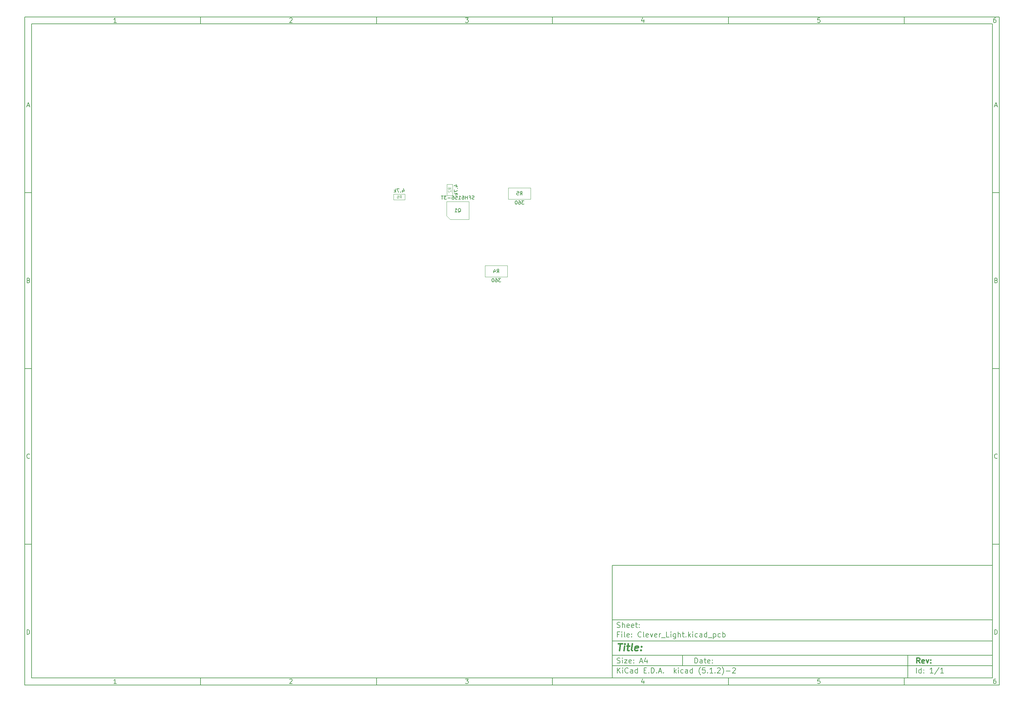
<source format=gbr>
G04 #@! TF.GenerationSoftware,KiCad,Pcbnew,(5.1.2)-2*
G04 #@! TF.CreationDate,2019-08-12T18:41:55+03:00*
G04 #@! TF.ProjectId,Clever_Light,436c6576-6572-45f4-9c69-6768742e6b69,rev?*
G04 #@! TF.SameCoordinates,Original*
G04 #@! TF.FileFunction,Other,Fab,Bot*
%FSLAX46Y46*%
G04 Gerber Fmt 4.6, Leading zero omitted, Abs format (unit mm)*
G04 Created by KiCad (PCBNEW (5.1.2)-2) date 2019-08-12 18:41:55*
%MOMM*%
%LPD*%
G04 APERTURE LIST*
%ADD10C,0.100000*%
%ADD11C,0.150000*%
%ADD12C,0.300000*%
%ADD13C,0.400000*%
%ADD14C,0.120000*%
G04 APERTURE END LIST*
D10*
D11*
X177002200Y-166007200D02*
X177002200Y-198007200D01*
X285002200Y-198007200D01*
X285002200Y-166007200D01*
X177002200Y-166007200D01*
D10*
D11*
X10000000Y-10000000D02*
X10000000Y-200007200D01*
X287002200Y-200007200D01*
X287002200Y-10000000D01*
X10000000Y-10000000D01*
D10*
D11*
X12000000Y-12000000D02*
X12000000Y-198007200D01*
X285002200Y-198007200D01*
X285002200Y-12000000D01*
X12000000Y-12000000D01*
D10*
D11*
X60000000Y-12000000D02*
X60000000Y-10000000D01*
D10*
D11*
X110000000Y-12000000D02*
X110000000Y-10000000D01*
D10*
D11*
X160000000Y-12000000D02*
X160000000Y-10000000D01*
D10*
D11*
X210000000Y-12000000D02*
X210000000Y-10000000D01*
D10*
D11*
X260000000Y-12000000D02*
X260000000Y-10000000D01*
D10*
D11*
X36065476Y-11588095D02*
X35322619Y-11588095D01*
X35694047Y-11588095D02*
X35694047Y-10288095D01*
X35570238Y-10473809D01*
X35446428Y-10597619D01*
X35322619Y-10659523D01*
D10*
D11*
X85322619Y-10411904D02*
X85384523Y-10350000D01*
X85508333Y-10288095D01*
X85817857Y-10288095D01*
X85941666Y-10350000D01*
X86003571Y-10411904D01*
X86065476Y-10535714D01*
X86065476Y-10659523D01*
X86003571Y-10845238D01*
X85260714Y-11588095D01*
X86065476Y-11588095D01*
D10*
D11*
X135260714Y-10288095D02*
X136065476Y-10288095D01*
X135632142Y-10783333D01*
X135817857Y-10783333D01*
X135941666Y-10845238D01*
X136003571Y-10907142D01*
X136065476Y-11030952D01*
X136065476Y-11340476D01*
X136003571Y-11464285D01*
X135941666Y-11526190D01*
X135817857Y-11588095D01*
X135446428Y-11588095D01*
X135322619Y-11526190D01*
X135260714Y-11464285D01*
D10*
D11*
X185941666Y-10721428D02*
X185941666Y-11588095D01*
X185632142Y-10226190D02*
X185322619Y-11154761D01*
X186127380Y-11154761D01*
D10*
D11*
X236003571Y-10288095D02*
X235384523Y-10288095D01*
X235322619Y-10907142D01*
X235384523Y-10845238D01*
X235508333Y-10783333D01*
X235817857Y-10783333D01*
X235941666Y-10845238D01*
X236003571Y-10907142D01*
X236065476Y-11030952D01*
X236065476Y-11340476D01*
X236003571Y-11464285D01*
X235941666Y-11526190D01*
X235817857Y-11588095D01*
X235508333Y-11588095D01*
X235384523Y-11526190D01*
X235322619Y-11464285D01*
D10*
D11*
X285941666Y-10288095D02*
X285694047Y-10288095D01*
X285570238Y-10350000D01*
X285508333Y-10411904D01*
X285384523Y-10597619D01*
X285322619Y-10845238D01*
X285322619Y-11340476D01*
X285384523Y-11464285D01*
X285446428Y-11526190D01*
X285570238Y-11588095D01*
X285817857Y-11588095D01*
X285941666Y-11526190D01*
X286003571Y-11464285D01*
X286065476Y-11340476D01*
X286065476Y-11030952D01*
X286003571Y-10907142D01*
X285941666Y-10845238D01*
X285817857Y-10783333D01*
X285570238Y-10783333D01*
X285446428Y-10845238D01*
X285384523Y-10907142D01*
X285322619Y-11030952D01*
D10*
D11*
X60000000Y-198007200D02*
X60000000Y-200007200D01*
D10*
D11*
X110000000Y-198007200D02*
X110000000Y-200007200D01*
D10*
D11*
X160000000Y-198007200D02*
X160000000Y-200007200D01*
D10*
D11*
X210000000Y-198007200D02*
X210000000Y-200007200D01*
D10*
D11*
X260000000Y-198007200D02*
X260000000Y-200007200D01*
D10*
D11*
X36065476Y-199595295D02*
X35322619Y-199595295D01*
X35694047Y-199595295D02*
X35694047Y-198295295D01*
X35570238Y-198481009D01*
X35446428Y-198604819D01*
X35322619Y-198666723D01*
D10*
D11*
X85322619Y-198419104D02*
X85384523Y-198357200D01*
X85508333Y-198295295D01*
X85817857Y-198295295D01*
X85941666Y-198357200D01*
X86003571Y-198419104D01*
X86065476Y-198542914D01*
X86065476Y-198666723D01*
X86003571Y-198852438D01*
X85260714Y-199595295D01*
X86065476Y-199595295D01*
D10*
D11*
X135260714Y-198295295D02*
X136065476Y-198295295D01*
X135632142Y-198790533D01*
X135817857Y-198790533D01*
X135941666Y-198852438D01*
X136003571Y-198914342D01*
X136065476Y-199038152D01*
X136065476Y-199347676D01*
X136003571Y-199471485D01*
X135941666Y-199533390D01*
X135817857Y-199595295D01*
X135446428Y-199595295D01*
X135322619Y-199533390D01*
X135260714Y-199471485D01*
D10*
D11*
X185941666Y-198728628D02*
X185941666Y-199595295D01*
X185632142Y-198233390D02*
X185322619Y-199161961D01*
X186127380Y-199161961D01*
D10*
D11*
X236003571Y-198295295D02*
X235384523Y-198295295D01*
X235322619Y-198914342D01*
X235384523Y-198852438D01*
X235508333Y-198790533D01*
X235817857Y-198790533D01*
X235941666Y-198852438D01*
X236003571Y-198914342D01*
X236065476Y-199038152D01*
X236065476Y-199347676D01*
X236003571Y-199471485D01*
X235941666Y-199533390D01*
X235817857Y-199595295D01*
X235508333Y-199595295D01*
X235384523Y-199533390D01*
X235322619Y-199471485D01*
D10*
D11*
X285941666Y-198295295D02*
X285694047Y-198295295D01*
X285570238Y-198357200D01*
X285508333Y-198419104D01*
X285384523Y-198604819D01*
X285322619Y-198852438D01*
X285322619Y-199347676D01*
X285384523Y-199471485D01*
X285446428Y-199533390D01*
X285570238Y-199595295D01*
X285817857Y-199595295D01*
X285941666Y-199533390D01*
X286003571Y-199471485D01*
X286065476Y-199347676D01*
X286065476Y-199038152D01*
X286003571Y-198914342D01*
X285941666Y-198852438D01*
X285817857Y-198790533D01*
X285570238Y-198790533D01*
X285446428Y-198852438D01*
X285384523Y-198914342D01*
X285322619Y-199038152D01*
D10*
D11*
X10000000Y-60000000D02*
X12000000Y-60000000D01*
D10*
D11*
X10000000Y-110000000D02*
X12000000Y-110000000D01*
D10*
D11*
X10000000Y-160000000D02*
X12000000Y-160000000D01*
D10*
D11*
X10690476Y-35216666D02*
X11309523Y-35216666D01*
X10566666Y-35588095D02*
X11000000Y-34288095D01*
X11433333Y-35588095D01*
D10*
D11*
X11092857Y-84907142D02*
X11278571Y-84969047D01*
X11340476Y-85030952D01*
X11402380Y-85154761D01*
X11402380Y-85340476D01*
X11340476Y-85464285D01*
X11278571Y-85526190D01*
X11154761Y-85588095D01*
X10659523Y-85588095D01*
X10659523Y-84288095D01*
X11092857Y-84288095D01*
X11216666Y-84350000D01*
X11278571Y-84411904D01*
X11340476Y-84535714D01*
X11340476Y-84659523D01*
X11278571Y-84783333D01*
X11216666Y-84845238D01*
X11092857Y-84907142D01*
X10659523Y-84907142D01*
D10*
D11*
X11402380Y-135464285D02*
X11340476Y-135526190D01*
X11154761Y-135588095D01*
X11030952Y-135588095D01*
X10845238Y-135526190D01*
X10721428Y-135402380D01*
X10659523Y-135278571D01*
X10597619Y-135030952D01*
X10597619Y-134845238D01*
X10659523Y-134597619D01*
X10721428Y-134473809D01*
X10845238Y-134350000D01*
X11030952Y-134288095D01*
X11154761Y-134288095D01*
X11340476Y-134350000D01*
X11402380Y-134411904D01*
D10*
D11*
X10659523Y-185588095D02*
X10659523Y-184288095D01*
X10969047Y-184288095D01*
X11154761Y-184350000D01*
X11278571Y-184473809D01*
X11340476Y-184597619D01*
X11402380Y-184845238D01*
X11402380Y-185030952D01*
X11340476Y-185278571D01*
X11278571Y-185402380D01*
X11154761Y-185526190D01*
X10969047Y-185588095D01*
X10659523Y-185588095D01*
D10*
D11*
X287002200Y-60000000D02*
X285002200Y-60000000D01*
D10*
D11*
X287002200Y-110000000D02*
X285002200Y-110000000D01*
D10*
D11*
X287002200Y-160000000D02*
X285002200Y-160000000D01*
D10*
D11*
X285692676Y-35216666D02*
X286311723Y-35216666D01*
X285568866Y-35588095D02*
X286002200Y-34288095D01*
X286435533Y-35588095D01*
D10*
D11*
X286095057Y-84907142D02*
X286280771Y-84969047D01*
X286342676Y-85030952D01*
X286404580Y-85154761D01*
X286404580Y-85340476D01*
X286342676Y-85464285D01*
X286280771Y-85526190D01*
X286156961Y-85588095D01*
X285661723Y-85588095D01*
X285661723Y-84288095D01*
X286095057Y-84288095D01*
X286218866Y-84350000D01*
X286280771Y-84411904D01*
X286342676Y-84535714D01*
X286342676Y-84659523D01*
X286280771Y-84783333D01*
X286218866Y-84845238D01*
X286095057Y-84907142D01*
X285661723Y-84907142D01*
D10*
D11*
X286404580Y-135464285D02*
X286342676Y-135526190D01*
X286156961Y-135588095D01*
X286033152Y-135588095D01*
X285847438Y-135526190D01*
X285723628Y-135402380D01*
X285661723Y-135278571D01*
X285599819Y-135030952D01*
X285599819Y-134845238D01*
X285661723Y-134597619D01*
X285723628Y-134473809D01*
X285847438Y-134350000D01*
X286033152Y-134288095D01*
X286156961Y-134288095D01*
X286342676Y-134350000D01*
X286404580Y-134411904D01*
D10*
D11*
X285661723Y-185588095D02*
X285661723Y-184288095D01*
X285971247Y-184288095D01*
X286156961Y-184350000D01*
X286280771Y-184473809D01*
X286342676Y-184597619D01*
X286404580Y-184845238D01*
X286404580Y-185030952D01*
X286342676Y-185278571D01*
X286280771Y-185402380D01*
X286156961Y-185526190D01*
X285971247Y-185588095D01*
X285661723Y-185588095D01*
D10*
D11*
X200434342Y-193785771D02*
X200434342Y-192285771D01*
X200791485Y-192285771D01*
X201005771Y-192357200D01*
X201148628Y-192500057D01*
X201220057Y-192642914D01*
X201291485Y-192928628D01*
X201291485Y-193142914D01*
X201220057Y-193428628D01*
X201148628Y-193571485D01*
X201005771Y-193714342D01*
X200791485Y-193785771D01*
X200434342Y-193785771D01*
X202577200Y-193785771D02*
X202577200Y-193000057D01*
X202505771Y-192857200D01*
X202362914Y-192785771D01*
X202077200Y-192785771D01*
X201934342Y-192857200D01*
X202577200Y-193714342D02*
X202434342Y-193785771D01*
X202077200Y-193785771D01*
X201934342Y-193714342D01*
X201862914Y-193571485D01*
X201862914Y-193428628D01*
X201934342Y-193285771D01*
X202077200Y-193214342D01*
X202434342Y-193214342D01*
X202577200Y-193142914D01*
X203077200Y-192785771D02*
X203648628Y-192785771D01*
X203291485Y-192285771D02*
X203291485Y-193571485D01*
X203362914Y-193714342D01*
X203505771Y-193785771D01*
X203648628Y-193785771D01*
X204720057Y-193714342D02*
X204577200Y-193785771D01*
X204291485Y-193785771D01*
X204148628Y-193714342D01*
X204077200Y-193571485D01*
X204077200Y-193000057D01*
X204148628Y-192857200D01*
X204291485Y-192785771D01*
X204577200Y-192785771D01*
X204720057Y-192857200D01*
X204791485Y-193000057D01*
X204791485Y-193142914D01*
X204077200Y-193285771D01*
X205434342Y-193642914D02*
X205505771Y-193714342D01*
X205434342Y-193785771D01*
X205362914Y-193714342D01*
X205434342Y-193642914D01*
X205434342Y-193785771D01*
X205434342Y-192857200D02*
X205505771Y-192928628D01*
X205434342Y-193000057D01*
X205362914Y-192928628D01*
X205434342Y-192857200D01*
X205434342Y-193000057D01*
D10*
D11*
X177002200Y-194507200D02*
X285002200Y-194507200D01*
D10*
D11*
X178434342Y-196585771D02*
X178434342Y-195085771D01*
X179291485Y-196585771D02*
X178648628Y-195728628D01*
X179291485Y-195085771D02*
X178434342Y-195942914D01*
X179934342Y-196585771D02*
X179934342Y-195585771D01*
X179934342Y-195085771D02*
X179862914Y-195157200D01*
X179934342Y-195228628D01*
X180005771Y-195157200D01*
X179934342Y-195085771D01*
X179934342Y-195228628D01*
X181505771Y-196442914D02*
X181434342Y-196514342D01*
X181220057Y-196585771D01*
X181077200Y-196585771D01*
X180862914Y-196514342D01*
X180720057Y-196371485D01*
X180648628Y-196228628D01*
X180577200Y-195942914D01*
X180577200Y-195728628D01*
X180648628Y-195442914D01*
X180720057Y-195300057D01*
X180862914Y-195157200D01*
X181077200Y-195085771D01*
X181220057Y-195085771D01*
X181434342Y-195157200D01*
X181505771Y-195228628D01*
X182791485Y-196585771D02*
X182791485Y-195800057D01*
X182720057Y-195657200D01*
X182577200Y-195585771D01*
X182291485Y-195585771D01*
X182148628Y-195657200D01*
X182791485Y-196514342D02*
X182648628Y-196585771D01*
X182291485Y-196585771D01*
X182148628Y-196514342D01*
X182077200Y-196371485D01*
X182077200Y-196228628D01*
X182148628Y-196085771D01*
X182291485Y-196014342D01*
X182648628Y-196014342D01*
X182791485Y-195942914D01*
X184148628Y-196585771D02*
X184148628Y-195085771D01*
X184148628Y-196514342D02*
X184005771Y-196585771D01*
X183720057Y-196585771D01*
X183577200Y-196514342D01*
X183505771Y-196442914D01*
X183434342Y-196300057D01*
X183434342Y-195871485D01*
X183505771Y-195728628D01*
X183577200Y-195657200D01*
X183720057Y-195585771D01*
X184005771Y-195585771D01*
X184148628Y-195657200D01*
X186005771Y-195800057D02*
X186505771Y-195800057D01*
X186720057Y-196585771D02*
X186005771Y-196585771D01*
X186005771Y-195085771D01*
X186720057Y-195085771D01*
X187362914Y-196442914D02*
X187434342Y-196514342D01*
X187362914Y-196585771D01*
X187291485Y-196514342D01*
X187362914Y-196442914D01*
X187362914Y-196585771D01*
X188077200Y-196585771D02*
X188077200Y-195085771D01*
X188434342Y-195085771D01*
X188648628Y-195157200D01*
X188791485Y-195300057D01*
X188862914Y-195442914D01*
X188934342Y-195728628D01*
X188934342Y-195942914D01*
X188862914Y-196228628D01*
X188791485Y-196371485D01*
X188648628Y-196514342D01*
X188434342Y-196585771D01*
X188077200Y-196585771D01*
X189577200Y-196442914D02*
X189648628Y-196514342D01*
X189577200Y-196585771D01*
X189505771Y-196514342D01*
X189577200Y-196442914D01*
X189577200Y-196585771D01*
X190220057Y-196157200D02*
X190934342Y-196157200D01*
X190077200Y-196585771D02*
X190577200Y-195085771D01*
X191077200Y-196585771D01*
X191577200Y-196442914D02*
X191648628Y-196514342D01*
X191577200Y-196585771D01*
X191505771Y-196514342D01*
X191577200Y-196442914D01*
X191577200Y-196585771D01*
X194577200Y-196585771D02*
X194577200Y-195085771D01*
X194720057Y-196014342D02*
X195148628Y-196585771D01*
X195148628Y-195585771D02*
X194577200Y-196157200D01*
X195791485Y-196585771D02*
X195791485Y-195585771D01*
X195791485Y-195085771D02*
X195720057Y-195157200D01*
X195791485Y-195228628D01*
X195862914Y-195157200D01*
X195791485Y-195085771D01*
X195791485Y-195228628D01*
X197148628Y-196514342D02*
X197005771Y-196585771D01*
X196720057Y-196585771D01*
X196577200Y-196514342D01*
X196505771Y-196442914D01*
X196434342Y-196300057D01*
X196434342Y-195871485D01*
X196505771Y-195728628D01*
X196577200Y-195657200D01*
X196720057Y-195585771D01*
X197005771Y-195585771D01*
X197148628Y-195657200D01*
X198434342Y-196585771D02*
X198434342Y-195800057D01*
X198362914Y-195657200D01*
X198220057Y-195585771D01*
X197934342Y-195585771D01*
X197791485Y-195657200D01*
X198434342Y-196514342D02*
X198291485Y-196585771D01*
X197934342Y-196585771D01*
X197791485Y-196514342D01*
X197720057Y-196371485D01*
X197720057Y-196228628D01*
X197791485Y-196085771D01*
X197934342Y-196014342D01*
X198291485Y-196014342D01*
X198434342Y-195942914D01*
X199791485Y-196585771D02*
X199791485Y-195085771D01*
X199791485Y-196514342D02*
X199648628Y-196585771D01*
X199362914Y-196585771D01*
X199220057Y-196514342D01*
X199148628Y-196442914D01*
X199077200Y-196300057D01*
X199077200Y-195871485D01*
X199148628Y-195728628D01*
X199220057Y-195657200D01*
X199362914Y-195585771D01*
X199648628Y-195585771D01*
X199791485Y-195657200D01*
X202077200Y-197157200D02*
X202005771Y-197085771D01*
X201862914Y-196871485D01*
X201791485Y-196728628D01*
X201720057Y-196514342D01*
X201648628Y-196157200D01*
X201648628Y-195871485D01*
X201720057Y-195514342D01*
X201791485Y-195300057D01*
X201862914Y-195157200D01*
X202005771Y-194942914D01*
X202077200Y-194871485D01*
X203362914Y-195085771D02*
X202648628Y-195085771D01*
X202577200Y-195800057D01*
X202648628Y-195728628D01*
X202791485Y-195657200D01*
X203148628Y-195657200D01*
X203291485Y-195728628D01*
X203362914Y-195800057D01*
X203434342Y-195942914D01*
X203434342Y-196300057D01*
X203362914Y-196442914D01*
X203291485Y-196514342D01*
X203148628Y-196585771D01*
X202791485Y-196585771D01*
X202648628Y-196514342D01*
X202577200Y-196442914D01*
X204077200Y-196442914D02*
X204148628Y-196514342D01*
X204077200Y-196585771D01*
X204005771Y-196514342D01*
X204077200Y-196442914D01*
X204077200Y-196585771D01*
X205577200Y-196585771D02*
X204720057Y-196585771D01*
X205148628Y-196585771D02*
X205148628Y-195085771D01*
X205005771Y-195300057D01*
X204862914Y-195442914D01*
X204720057Y-195514342D01*
X206220057Y-196442914D02*
X206291485Y-196514342D01*
X206220057Y-196585771D01*
X206148628Y-196514342D01*
X206220057Y-196442914D01*
X206220057Y-196585771D01*
X206862914Y-195228628D02*
X206934342Y-195157200D01*
X207077200Y-195085771D01*
X207434342Y-195085771D01*
X207577200Y-195157200D01*
X207648628Y-195228628D01*
X207720057Y-195371485D01*
X207720057Y-195514342D01*
X207648628Y-195728628D01*
X206791485Y-196585771D01*
X207720057Y-196585771D01*
X208220057Y-197157200D02*
X208291485Y-197085771D01*
X208434342Y-196871485D01*
X208505771Y-196728628D01*
X208577200Y-196514342D01*
X208648628Y-196157200D01*
X208648628Y-195871485D01*
X208577200Y-195514342D01*
X208505771Y-195300057D01*
X208434342Y-195157200D01*
X208291485Y-194942914D01*
X208220057Y-194871485D01*
X209362914Y-196014342D02*
X210505771Y-196014342D01*
X211148628Y-195228628D02*
X211220057Y-195157200D01*
X211362914Y-195085771D01*
X211720057Y-195085771D01*
X211862914Y-195157200D01*
X211934342Y-195228628D01*
X212005771Y-195371485D01*
X212005771Y-195514342D01*
X211934342Y-195728628D01*
X211077200Y-196585771D01*
X212005771Y-196585771D01*
D10*
D11*
X177002200Y-191507200D02*
X285002200Y-191507200D01*
D10*
D12*
X264411485Y-193785771D02*
X263911485Y-193071485D01*
X263554342Y-193785771D02*
X263554342Y-192285771D01*
X264125771Y-192285771D01*
X264268628Y-192357200D01*
X264340057Y-192428628D01*
X264411485Y-192571485D01*
X264411485Y-192785771D01*
X264340057Y-192928628D01*
X264268628Y-193000057D01*
X264125771Y-193071485D01*
X263554342Y-193071485D01*
X265625771Y-193714342D02*
X265482914Y-193785771D01*
X265197200Y-193785771D01*
X265054342Y-193714342D01*
X264982914Y-193571485D01*
X264982914Y-193000057D01*
X265054342Y-192857200D01*
X265197200Y-192785771D01*
X265482914Y-192785771D01*
X265625771Y-192857200D01*
X265697200Y-193000057D01*
X265697200Y-193142914D01*
X264982914Y-193285771D01*
X266197200Y-192785771D02*
X266554342Y-193785771D01*
X266911485Y-192785771D01*
X267482914Y-193642914D02*
X267554342Y-193714342D01*
X267482914Y-193785771D01*
X267411485Y-193714342D01*
X267482914Y-193642914D01*
X267482914Y-193785771D01*
X267482914Y-192857200D02*
X267554342Y-192928628D01*
X267482914Y-193000057D01*
X267411485Y-192928628D01*
X267482914Y-192857200D01*
X267482914Y-193000057D01*
D10*
D11*
X178362914Y-193714342D02*
X178577200Y-193785771D01*
X178934342Y-193785771D01*
X179077200Y-193714342D01*
X179148628Y-193642914D01*
X179220057Y-193500057D01*
X179220057Y-193357200D01*
X179148628Y-193214342D01*
X179077200Y-193142914D01*
X178934342Y-193071485D01*
X178648628Y-193000057D01*
X178505771Y-192928628D01*
X178434342Y-192857200D01*
X178362914Y-192714342D01*
X178362914Y-192571485D01*
X178434342Y-192428628D01*
X178505771Y-192357200D01*
X178648628Y-192285771D01*
X179005771Y-192285771D01*
X179220057Y-192357200D01*
X179862914Y-193785771D02*
X179862914Y-192785771D01*
X179862914Y-192285771D02*
X179791485Y-192357200D01*
X179862914Y-192428628D01*
X179934342Y-192357200D01*
X179862914Y-192285771D01*
X179862914Y-192428628D01*
X180434342Y-192785771D02*
X181220057Y-192785771D01*
X180434342Y-193785771D01*
X181220057Y-193785771D01*
X182362914Y-193714342D02*
X182220057Y-193785771D01*
X181934342Y-193785771D01*
X181791485Y-193714342D01*
X181720057Y-193571485D01*
X181720057Y-193000057D01*
X181791485Y-192857200D01*
X181934342Y-192785771D01*
X182220057Y-192785771D01*
X182362914Y-192857200D01*
X182434342Y-193000057D01*
X182434342Y-193142914D01*
X181720057Y-193285771D01*
X183077200Y-193642914D02*
X183148628Y-193714342D01*
X183077200Y-193785771D01*
X183005771Y-193714342D01*
X183077200Y-193642914D01*
X183077200Y-193785771D01*
X183077200Y-192857200D02*
X183148628Y-192928628D01*
X183077200Y-193000057D01*
X183005771Y-192928628D01*
X183077200Y-192857200D01*
X183077200Y-193000057D01*
X184862914Y-193357200D02*
X185577200Y-193357200D01*
X184720057Y-193785771D02*
X185220057Y-192285771D01*
X185720057Y-193785771D01*
X186862914Y-192785771D02*
X186862914Y-193785771D01*
X186505771Y-192214342D02*
X186148628Y-193285771D01*
X187077200Y-193285771D01*
D10*
D11*
X263434342Y-196585771D02*
X263434342Y-195085771D01*
X264791485Y-196585771D02*
X264791485Y-195085771D01*
X264791485Y-196514342D02*
X264648628Y-196585771D01*
X264362914Y-196585771D01*
X264220057Y-196514342D01*
X264148628Y-196442914D01*
X264077200Y-196300057D01*
X264077200Y-195871485D01*
X264148628Y-195728628D01*
X264220057Y-195657200D01*
X264362914Y-195585771D01*
X264648628Y-195585771D01*
X264791485Y-195657200D01*
X265505771Y-196442914D02*
X265577200Y-196514342D01*
X265505771Y-196585771D01*
X265434342Y-196514342D01*
X265505771Y-196442914D01*
X265505771Y-196585771D01*
X265505771Y-195657200D02*
X265577200Y-195728628D01*
X265505771Y-195800057D01*
X265434342Y-195728628D01*
X265505771Y-195657200D01*
X265505771Y-195800057D01*
X268148628Y-196585771D02*
X267291485Y-196585771D01*
X267720057Y-196585771D02*
X267720057Y-195085771D01*
X267577200Y-195300057D01*
X267434342Y-195442914D01*
X267291485Y-195514342D01*
X269862914Y-195014342D02*
X268577200Y-196942914D01*
X271148628Y-196585771D02*
X270291485Y-196585771D01*
X270720057Y-196585771D02*
X270720057Y-195085771D01*
X270577200Y-195300057D01*
X270434342Y-195442914D01*
X270291485Y-195514342D01*
D10*
D11*
X177002200Y-187507200D02*
X285002200Y-187507200D01*
D10*
D13*
X178714580Y-188211961D02*
X179857438Y-188211961D01*
X179036009Y-190211961D02*
X179286009Y-188211961D01*
X180274104Y-190211961D02*
X180440771Y-188878628D01*
X180524104Y-188211961D02*
X180416961Y-188307200D01*
X180500295Y-188402438D01*
X180607438Y-188307200D01*
X180524104Y-188211961D01*
X180500295Y-188402438D01*
X181107438Y-188878628D02*
X181869342Y-188878628D01*
X181476485Y-188211961D02*
X181262200Y-189926247D01*
X181333628Y-190116723D01*
X181512200Y-190211961D01*
X181702676Y-190211961D01*
X182655057Y-190211961D02*
X182476485Y-190116723D01*
X182405057Y-189926247D01*
X182619342Y-188211961D01*
X184190771Y-190116723D02*
X183988390Y-190211961D01*
X183607438Y-190211961D01*
X183428866Y-190116723D01*
X183357438Y-189926247D01*
X183452676Y-189164342D01*
X183571723Y-188973866D01*
X183774104Y-188878628D01*
X184155057Y-188878628D01*
X184333628Y-188973866D01*
X184405057Y-189164342D01*
X184381247Y-189354819D01*
X183405057Y-189545295D01*
X185155057Y-190021485D02*
X185238390Y-190116723D01*
X185131247Y-190211961D01*
X185047914Y-190116723D01*
X185155057Y-190021485D01*
X185131247Y-190211961D01*
X185286009Y-188973866D02*
X185369342Y-189069104D01*
X185262200Y-189164342D01*
X185178866Y-189069104D01*
X185286009Y-188973866D01*
X185262200Y-189164342D01*
D10*
D11*
X178934342Y-185600057D02*
X178434342Y-185600057D01*
X178434342Y-186385771D02*
X178434342Y-184885771D01*
X179148628Y-184885771D01*
X179720057Y-186385771D02*
X179720057Y-185385771D01*
X179720057Y-184885771D02*
X179648628Y-184957200D01*
X179720057Y-185028628D01*
X179791485Y-184957200D01*
X179720057Y-184885771D01*
X179720057Y-185028628D01*
X180648628Y-186385771D02*
X180505771Y-186314342D01*
X180434342Y-186171485D01*
X180434342Y-184885771D01*
X181791485Y-186314342D02*
X181648628Y-186385771D01*
X181362914Y-186385771D01*
X181220057Y-186314342D01*
X181148628Y-186171485D01*
X181148628Y-185600057D01*
X181220057Y-185457200D01*
X181362914Y-185385771D01*
X181648628Y-185385771D01*
X181791485Y-185457200D01*
X181862914Y-185600057D01*
X181862914Y-185742914D01*
X181148628Y-185885771D01*
X182505771Y-186242914D02*
X182577200Y-186314342D01*
X182505771Y-186385771D01*
X182434342Y-186314342D01*
X182505771Y-186242914D01*
X182505771Y-186385771D01*
X182505771Y-185457200D02*
X182577200Y-185528628D01*
X182505771Y-185600057D01*
X182434342Y-185528628D01*
X182505771Y-185457200D01*
X182505771Y-185600057D01*
X185220057Y-186242914D02*
X185148628Y-186314342D01*
X184934342Y-186385771D01*
X184791485Y-186385771D01*
X184577200Y-186314342D01*
X184434342Y-186171485D01*
X184362914Y-186028628D01*
X184291485Y-185742914D01*
X184291485Y-185528628D01*
X184362914Y-185242914D01*
X184434342Y-185100057D01*
X184577200Y-184957200D01*
X184791485Y-184885771D01*
X184934342Y-184885771D01*
X185148628Y-184957200D01*
X185220057Y-185028628D01*
X186077200Y-186385771D02*
X185934342Y-186314342D01*
X185862914Y-186171485D01*
X185862914Y-184885771D01*
X187220057Y-186314342D02*
X187077200Y-186385771D01*
X186791485Y-186385771D01*
X186648628Y-186314342D01*
X186577200Y-186171485D01*
X186577200Y-185600057D01*
X186648628Y-185457200D01*
X186791485Y-185385771D01*
X187077200Y-185385771D01*
X187220057Y-185457200D01*
X187291485Y-185600057D01*
X187291485Y-185742914D01*
X186577200Y-185885771D01*
X187791485Y-185385771D02*
X188148628Y-186385771D01*
X188505771Y-185385771D01*
X189648628Y-186314342D02*
X189505771Y-186385771D01*
X189220057Y-186385771D01*
X189077200Y-186314342D01*
X189005771Y-186171485D01*
X189005771Y-185600057D01*
X189077200Y-185457200D01*
X189220057Y-185385771D01*
X189505771Y-185385771D01*
X189648628Y-185457200D01*
X189720057Y-185600057D01*
X189720057Y-185742914D01*
X189005771Y-185885771D01*
X190362914Y-186385771D02*
X190362914Y-185385771D01*
X190362914Y-185671485D02*
X190434342Y-185528628D01*
X190505771Y-185457200D01*
X190648628Y-185385771D01*
X190791485Y-185385771D01*
X190934342Y-186528628D02*
X192077200Y-186528628D01*
X193148628Y-186385771D02*
X192434342Y-186385771D01*
X192434342Y-184885771D01*
X193648628Y-186385771D02*
X193648628Y-185385771D01*
X193648628Y-184885771D02*
X193577200Y-184957200D01*
X193648628Y-185028628D01*
X193720057Y-184957200D01*
X193648628Y-184885771D01*
X193648628Y-185028628D01*
X195005771Y-185385771D02*
X195005771Y-186600057D01*
X194934342Y-186742914D01*
X194862914Y-186814342D01*
X194720057Y-186885771D01*
X194505771Y-186885771D01*
X194362914Y-186814342D01*
X195005771Y-186314342D02*
X194862914Y-186385771D01*
X194577200Y-186385771D01*
X194434342Y-186314342D01*
X194362914Y-186242914D01*
X194291485Y-186100057D01*
X194291485Y-185671485D01*
X194362914Y-185528628D01*
X194434342Y-185457200D01*
X194577200Y-185385771D01*
X194862914Y-185385771D01*
X195005771Y-185457200D01*
X195720057Y-186385771D02*
X195720057Y-184885771D01*
X196362914Y-186385771D02*
X196362914Y-185600057D01*
X196291485Y-185457200D01*
X196148628Y-185385771D01*
X195934342Y-185385771D01*
X195791485Y-185457200D01*
X195720057Y-185528628D01*
X196862914Y-185385771D02*
X197434342Y-185385771D01*
X197077200Y-184885771D02*
X197077200Y-186171485D01*
X197148628Y-186314342D01*
X197291485Y-186385771D01*
X197434342Y-186385771D01*
X197934342Y-186242914D02*
X198005771Y-186314342D01*
X197934342Y-186385771D01*
X197862914Y-186314342D01*
X197934342Y-186242914D01*
X197934342Y-186385771D01*
X198648628Y-186385771D02*
X198648628Y-184885771D01*
X198791485Y-185814342D02*
X199220057Y-186385771D01*
X199220057Y-185385771D02*
X198648628Y-185957200D01*
X199862914Y-186385771D02*
X199862914Y-185385771D01*
X199862914Y-184885771D02*
X199791485Y-184957200D01*
X199862914Y-185028628D01*
X199934342Y-184957200D01*
X199862914Y-184885771D01*
X199862914Y-185028628D01*
X201220057Y-186314342D02*
X201077200Y-186385771D01*
X200791485Y-186385771D01*
X200648628Y-186314342D01*
X200577200Y-186242914D01*
X200505771Y-186100057D01*
X200505771Y-185671485D01*
X200577200Y-185528628D01*
X200648628Y-185457200D01*
X200791485Y-185385771D01*
X201077200Y-185385771D01*
X201220057Y-185457200D01*
X202505771Y-186385771D02*
X202505771Y-185600057D01*
X202434342Y-185457200D01*
X202291485Y-185385771D01*
X202005771Y-185385771D01*
X201862914Y-185457200D01*
X202505771Y-186314342D02*
X202362914Y-186385771D01*
X202005771Y-186385771D01*
X201862914Y-186314342D01*
X201791485Y-186171485D01*
X201791485Y-186028628D01*
X201862914Y-185885771D01*
X202005771Y-185814342D01*
X202362914Y-185814342D01*
X202505771Y-185742914D01*
X203862914Y-186385771D02*
X203862914Y-184885771D01*
X203862914Y-186314342D02*
X203720057Y-186385771D01*
X203434342Y-186385771D01*
X203291485Y-186314342D01*
X203220057Y-186242914D01*
X203148628Y-186100057D01*
X203148628Y-185671485D01*
X203220057Y-185528628D01*
X203291485Y-185457200D01*
X203434342Y-185385771D01*
X203720057Y-185385771D01*
X203862914Y-185457200D01*
X204220057Y-186528628D02*
X205362914Y-186528628D01*
X205720057Y-185385771D02*
X205720057Y-186885771D01*
X205720057Y-185457200D02*
X205862914Y-185385771D01*
X206148628Y-185385771D01*
X206291485Y-185457200D01*
X206362914Y-185528628D01*
X206434342Y-185671485D01*
X206434342Y-186100057D01*
X206362914Y-186242914D01*
X206291485Y-186314342D01*
X206148628Y-186385771D01*
X205862914Y-186385771D01*
X205720057Y-186314342D01*
X207720057Y-186314342D02*
X207577200Y-186385771D01*
X207291485Y-186385771D01*
X207148628Y-186314342D01*
X207077200Y-186242914D01*
X207005771Y-186100057D01*
X207005771Y-185671485D01*
X207077200Y-185528628D01*
X207148628Y-185457200D01*
X207291485Y-185385771D01*
X207577200Y-185385771D01*
X207720057Y-185457200D01*
X208362914Y-186385771D02*
X208362914Y-184885771D01*
X208362914Y-185457200D02*
X208505771Y-185385771D01*
X208791485Y-185385771D01*
X208934342Y-185457200D01*
X209005771Y-185528628D01*
X209077200Y-185671485D01*
X209077200Y-186100057D01*
X209005771Y-186242914D01*
X208934342Y-186314342D01*
X208791485Y-186385771D01*
X208505771Y-186385771D01*
X208362914Y-186314342D01*
D10*
D11*
X177002200Y-181507200D02*
X285002200Y-181507200D01*
D10*
D11*
X178362914Y-183614342D02*
X178577200Y-183685771D01*
X178934342Y-183685771D01*
X179077200Y-183614342D01*
X179148628Y-183542914D01*
X179220057Y-183400057D01*
X179220057Y-183257200D01*
X179148628Y-183114342D01*
X179077200Y-183042914D01*
X178934342Y-182971485D01*
X178648628Y-182900057D01*
X178505771Y-182828628D01*
X178434342Y-182757200D01*
X178362914Y-182614342D01*
X178362914Y-182471485D01*
X178434342Y-182328628D01*
X178505771Y-182257200D01*
X178648628Y-182185771D01*
X179005771Y-182185771D01*
X179220057Y-182257200D01*
X179862914Y-183685771D02*
X179862914Y-182185771D01*
X180505771Y-183685771D02*
X180505771Y-182900057D01*
X180434342Y-182757200D01*
X180291485Y-182685771D01*
X180077200Y-182685771D01*
X179934342Y-182757200D01*
X179862914Y-182828628D01*
X181791485Y-183614342D02*
X181648628Y-183685771D01*
X181362914Y-183685771D01*
X181220057Y-183614342D01*
X181148628Y-183471485D01*
X181148628Y-182900057D01*
X181220057Y-182757200D01*
X181362914Y-182685771D01*
X181648628Y-182685771D01*
X181791485Y-182757200D01*
X181862914Y-182900057D01*
X181862914Y-183042914D01*
X181148628Y-183185771D01*
X183077200Y-183614342D02*
X182934342Y-183685771D01*
X182648628Y-183685771D01*
X182505771Y-183614342D01*
X182434342Y-183471485D01*
X182434342Y-182900057D01*
X182505771Y-182757200D01*
X182648628Y-182685771D01*
X182934342Y-182685771D01*
X183077200Y-182757200D01*
X183148628Y-182900057D01*
X183148628Y-183042914D01*
X182434342Y-183185771D01*
X183577200Y-182685771D02*
X184148628Y-182685771D01*
X183791485Y-182185771D02*
X183791485Y-183471485D01*
X183862914Y-183614342D01*
X184005771Y-183685771D01*
X184148628Y-183685771D01*
X184648628Y-183542914D02*
X184720057Y-183614342D01*
X184648628Y-183685771D01*
X184577200Y-183614342D01*
X184648628Y-183542914D01*
X184648628Y-183685771D01*
X184648628Y-182757200D02*
X184720057Y-182828628D01*
X184648628Y-182900057D01*
X184577200Y-182828628D01*
X184648628Y-182757200D01*
X184648628Y-182900057D01*
D10*
D11*
X197002200Y-191507200D02*
X197002200Y-194507200D01*
D10*
D11*
X261002200Y-191507200D02*
X261002200Y-198007200D01*
D10*
X118056000Y-60414000D02*
X114856000Y-60414000D01*
X118056000Y-62014000D02*
X118056000Y-60414000D01*
X114856000Y-62014000D02*
X118056000Y-62014000D01*
X114856000Y-60414000D02*
X114856000Y-62014000D01*
X131610000Y-60782000D02*
X131610000Y-57582000D01*
X130010000Y-60782000D02*
X131610000Y-60782000D01*
X130010000Y-57582000D02*
X130010000Y-60782000D01*
X131610000Y-57582000D02*
X130010000Y-57582000D01*
X147472000Y-61798000D02*
X153772000Y-61798000D01*
X147472000Y-58598000D02*
X147472000Y-61798000D01*
X153772000Y-58598000D02*
X147472000Y-58598000D01*
X153772000Y-61798000D02*
X153772000Y-58598000D01*
X140868000Y-83896000D02*
X147168000Y-83896000D01*
X140868000Y-80696000D02*
X140868000Y-83896000D01*
X147168000Y-80696000D02*
X140868000Y-80696000D01*
X147168000Y-83896000D02*
X147168000Y-80696000D01*
X129921000Y-66564000D02*
X130921000Y-67564000D01*
X129921000Y-62484000D02*
X129921000Y-66564000D01*
X136271000Y-62484000D02*
X129921000Y-62484000D01*
X136271000Y-67564000D02*
X136271000Y-62484000D01*
X130921000Y-67564000D02*
X136271000Y-67564000D01*
D11*
X117384571Y-59179714D02*
X117384571Y-59846380D01*
X117622666Y-58798761D02*
X117860761Y-59513047D01*
X117241714Y-59513047D01*
X116860761Y-59751142D02*
X116813142Y-59798761D01*
X116860761Y-59846380D01*
X116908380Y-59798761D01*
X116860761Y-59751142D01*
X116860761Y-59846380D01*
X116479809Y-58846380D02*
X115813142Y-58846380D01*
X116241714Y-59846380D01*
X115432190Y-59846380D02*
X115432190Y-58846380D01*
X115336952Y-59465428D02*
X115051238Y-59846380D01*
X115051238Y-59179714D02*
X115432190Y-59560666D01*
D14*
X116589333Y-61575904D02*
X116856000Y-61194952D01*
X117046476Y-61575904D02*
X117046476Y-60775904D01*
X116741714Y-60775904D01*
X116665523Y-60814000D01*
X116627428Y-60852095D01*
X116589333Y-60928285D01*
X116589333Y-61042571D01*
X116627428Y-61118761D01*
X116665523Y-61156857D01*
X116741714Y-61194952D01*
X117046476Y-61194952D01*
X115903619Y-60775904D02*
X116056000Y-60775904D01*
X116132190Y-60814000D01*
X116170285Y-60852095D01*
X116246476Y-60966380D01*
X116284571Y-61118761D01*
X116284571Y-61423523D01*
X116246476Y-61499714D01*
X116208380Y-61537809D01*
X116132190Y-61575904D01*
X115979809Y-61575904D01*
X115903619Y-61537809D01*
X115865523Y-61499714D01*
X115827428Y-61423523D01*
X115827428Y-61233047D01*
X115865523Y-61156857D01*
X115903619Y-61118761D01*
X115979809Y-61080666D01*
X116132190Y-61080666D01*
X116208380Y-61118761D01*
X116246476Y-61156857D01*
X116284571Y-61233047D01*
D11*
X132415714Y-58253428D02*
X133082380Y-58253428D01*
X132034761Y-58015333D02*
X132749047Y-57777238D01*
X132749047Y-58396285D01*
X132987142Y-58777238D02*
X133034761Y-58824857D01*
X133082380Y-58777238D01*
X133034761Y-58729619D01*
X132987142Y-58777238D01*
X133082380Y-58777238D01*
X132082380Y-59158190D02*
X132082380Y-59824857D01*
X133082380Y-59396285D01*
X133082380Y-60205809D02*
X132082380Y-60205809D01*
X132701428Y-60301047D02*
X133082380Y-60586761D01*
X132415714Y-60586761D02*
X132796666Y-60205809D01*
D14*
X131171904Y-59048666D02*
X130790952Y-58782000D01*
X131171904Y-58591523D02*
X130371904Y-58591523D01*
X130371904Y-58896285D01*
X130410000Y-58972476D01*
X130448095Y-59010571D01*
X130524285Y-59048666D01*
X130638571Y-59048666D01*
X130714761Y-59010571D01*
X130752857Y-58972476D01*
X130790952Y-58896285D01*
X130790952Y-58591523D01*
X130448095Y-59353428D02*
X130410000Y-59391523D01*
X130371904Y-59467714D01*
X130371904Y-59658190D01*
X130410000Y-59734380D01*
X130448095Y-59772476D01*
X130524285Y-59810571D01*
X130600476Y-59810571D01*
X130714761Y-59772476D01*
X131171904Y-59315333D01*
X131171904Y-59810571D01*
D11*
X151907714Y-62270380D02*
X151288666Y-62270380D01*
X151622000Y-62651333D01*
X151479142Y-62651333D01*
X151383904Y-62698952D01*
X151336285Y-62746571D01*
X151288666Y-62841809D01*
X151288666Y-63079904D01*
X151336285Y-63175142D01*
X151383904Y-63222761D01*
X151479142Y-63270380D01*
X151764857Y-63270380D01*
X151860095Y-63222761D01*
X151907714Y-63175142D01*
X150431523Y-62270380D02*
X150622000Y-62270380D01*
X150717238Y-62318000D01*
X150764857Y-62365619D01*
X150860095Y-62508476D01*
X150907714Y-62698952D01*
X150907714Y-63079904D01*
X150860095Y-63175142D01*
X150812476Y-63222761D01*
X150717238Y-63270380D01*
X150526761Y-63270380D01*
X150431523Y-63222761D01*
X150383904Y-63175142D01*
X150336285Y-63079904D01*
X150336285Y-62841809D01*
X150383904Y-62746571D01*
X150431523Y-62698952D01*
X150526761Y-62651333D01*
X150717238Y-62651333D01*
X150812476Y-62698952D01*
X150860095Y-62746571D01*
X150907714Y-62841809D01*
X149717238Y-62270380D02*
X149622000Y-62270380D01*
X149526761Y-62318000D01*
X149479142Y-62365619D01*
X149431523Y-62460857D01*
X149383904Y-62651333D01*
X149383904Y-62889428D01*
X149431523Y-63079904D01*
X149479142Y-63175142D01*
X149526761Y-63222761D01*
X149622000Y-63270380D01*
X149717238Y-63270380D01*
X149812476Y-63222761D01*
X149860095Y-63175142D01*
X149907714Y-63079904D01*
X149955333Y-62889428D01*
X149955333Y-62651333D01*
X149907714Y-62460857D01*
X149860095Y-62365619D01*
X149812476Y-62318000D01*
X149717238Y-62270380D01*
X150788666Y-60650380D02*
X151122000Y-60174190D01*
X151360095Y-60650380D02*
X151360095Y-59650380D01*
X150979142Y-59650380D01*
X150883904Y-59698000D01*
X150836285Y-59745619D01*
X150788666Y-59840857D01*
X150788666Y-59983714D01*
X150836285Y-60078952D01*
X150883904Y-60126571D01*
X150979142Y-60174190D01*
X151360095Y-60174190D01*
X149883904Y-59650380D02*
X150360095Y-59650380D01*
X150407714Y-60126571D01*
X150360095Y-60078952D01*
X150264857Y-60031333D01*
X150026761Y-60031333D01*
X149931523Y-60078952D01*
X149883904Y-60126571D01*
X149836285Y-60221809D01*
X149836285Y-60459904D01*
X149883904Y-60555142D01*
X149931523Y-60602761D01*
X150026761Y-60650380D01*
X150264857Y-60650380D01*
X150360095Y-60602761D01*
X150407714Y-60555142D01*
X145303714Y-84368380D02*
X144684666Y-84368380D01*
X145018000Y-84749333D01*
X144875142Y-84749333D01*
X144779904Y-84796952D01*
X144732285Y-84844571D01*
X144684666Y-84939809D01*
X144684666Y-85177904D01*
X144732285Y-85273142D01*
X144779904Y-85320761D01*
X144875142Y-85368380D01*
X145160857Y-85368380D01*
X145256095Y-85320761D01*
X145303714Y-85273142D01*
X143827523Y-84368380D02*
X144018000Y-84368380D01*
X144113238Y-84416000D01*
X144160857Y-84463619D01*
X144256095Y-84606476D01*
X144303714Y-84796952D01*
X144303714Y-85177904D01*
X144256095Y-85273142D01*
X144208476Y-85320761D01*
X144113238Y-85368380D01*
X143922761Y-85368380D01*
X143827523Y-85320761D01*
X143779904Y-85273142D01*
X143732285Y-85177904D01*
X143732285Y-84939809D01*
X143779904Y-84844571D01*
X143827523Y-84796952D01*
X143922761Y-84749333D01*
X144113238Y-84749333D01*
X144208476Y-84796952D01*
X144256095Y-84844571D01*
X144303714Y-84939809D01*
X143113238Y-84368380D02*
X143018000Y-84368380D01*
X142922761Y-84416000D01*
X142875142Y-84463619D01*
X142827523Y-84558857D01*
X142779904Y-84749333D01*
X142779904Y-84987428D01*
X142827523Y-85177904D01*
X142875142Y-85273142D01*
X142922761Y-85320761D01*
X143018000Y-85368380D01*
X143113238Y-85368380D01*
X143208476Y-85320761D01*
X143256095Y-85273142D01*
X143303714Y-85177904D01*
X143351333Y-84987428D01*
X143351333Y-84749333D01*
X143303714Y-84558857D01*
X143256095Y-84463619D01*
X143208476Y-84416000D01*
X143113238Y-84368380D01*
X144184666Y-82748380D02*
X144518000Y-82272190D01*
X144756095Y-82748380D02*
X144756095Y-81748380D01*
X144375142Y-81748380D01*
X144279904Y-81796000D01*
X144232285Y-81843619D01*
X144184666Y-81938857D01*
X144184666Y-82081714D01*
X144232285Y-82176952D01*
X144279904Y-82224571D01*
X144375142Y-82272190D01*
X144756095Y-82272190D01*
X143327523Y-82081714D02*
X143327523Y-82748380D01*
X143565619Y-81700761D02*
X143803714Y-82415047D01*
X143184666Y-82415047D01*
X137715047Y-61828761D02*
X137572190Y-61876380D01*
X137334095Y-61876380D01*
X137238857Y-61828761D01*
X137191238Y-61781142D01*
X137143619Y-61685904D01*
X137143619Y-61590666D01*
X137191238Y-61495428D01*
X137238857Y-61447809D01*
X137334095Y-61400190D01*
X137524571Y-61352571D01*
X137619809Y-61304952D01*
X137667428Y-61257333D01*
X137715047Y-61162095D01*
X137715047Y-61066857D01*
X137667428Y-60971619D01*
X137619809Y-60924000D01*
X137524571Y-60876380D01*
X137286476Y-60876380D01*
X137143619Y-60924000D01*
X136381714Y-61352571D02*
X136715047Y-61352571D01*
X136715047Y-61876380D02*
X136715047Y-60876380D01*
X136238857Y-60876380D01*
X135857904Y-61876380D02*
X135857904Y-60876380D01*
X135857904Y-61352571D02*
X135286476Y-61352571D01*
X135286476Y-61876380D02*
X135286476Y-60876380D01*
X134381714Y-60876380D02*
X134572190Y-60876380D01*
X134667428Y-60924000D01*
X134715047Y-60971619D01*
X134810285Y-61114476D01*
X134857904Y-61304952D01*
X134857904Y-61685904D01*
X134810285Y-61781142D01*
X134762666Y-61828761D01*
X134667428Y-61876380D01*
X134476952Y-61876380D01*
X134381714Y-61828761D01*
X134334095Y-61781142D01*
X134286476Y-61685904D01*
X134286476Y-61447809D01*
X134334095Y-61352571D01*
X134381714Y-61304952D01*
X134476952Y-61257333D01*
X134667428Y-61257333D01*
X134762666Y-61304952D01*
X134810285Y-61352571D01*
X134857904Y-61447809D01*
X133334095Y-61876380D02*
X133905523Y-61876380D01*
X133619809Y-61876380D02*
X133619809Y-60876380D01*
X133715047Y-61019238D01*
X133810285Y-61114476D01*
X133905523Y-61162095D01*
X132429333Y-60876380D02*
X132905523Y-60876380D01*
X132953142Y-61352571D01*
X132905523Y-61304952D01*
X132810285Y-61257333D01*
X132572190Y-61257333D01*
X132476952Y-61304952D01*
X132429333Y-61352571D01*
X132381714Y-61447809D01*
X132381714Y-61685904D01*
X132429333Y-61781142D01*
X132476952Y-61828761D01*
X132572190Y-61876380D01*
X132810285Y-61876380D01*
X132905523Y-61828761D01*
X132953142Y-61781142D01*
X131524571Y-60876380D02*
X131715047Y-60876380D01*
X131810285Y-60924000D01*
X131857904Y-60971619D01*
X131953142Y-61114476D01*
X132000761Y-61304952D01*
X132000761Y-61685904D01*
X131953142Y-61781142D01*
X131905523Y-61828761D01*
X131810285Y-61876380D01*
X131619809Y-61876380D01*
X131524571Y-61828761D01*
X131476952Y-61781142D01*
X131429333Y-61685904D01*
X131429333Y-61447809D01*
X131476952Y-61352571D01*
X131524571Y-61304952D01*
X131619809Y-61257333D01*
X131810285Y-61257333D01*
X131905523Y-61304952D01*
X131953142Y-61352571D01*
X132000761Y-61447809D01*
X131000761Y-61495428D02*
X130238857Y-61495428D01*
X129857904Y-60876380D02*
X129238857Y-60876380D01*
X129572190Y-61257333D01*
X129429333Y-61257333D01*
X129334095Y-61304952D01*
X129286476Y-61352571D01*
X129238857Y-61447809D01*
X129238857Y-61685904D01*
X129286476Y-61781142D01*
X129334095Y-61828761D01*
X129429333Y-61876380D01*
X129715047Y-61876380D01*
X129810285Y-61828761D01*
X129857904Y-61781142D01*
X128953142Y-60876380D02*
X128381714Y-60876380D01*
X128667428Y-61876380D02*
X128667428Y-60876380D01*
X133191238Y-65571619D02*
X133286476Y-65524000D01*
X133381714Y-65428761D01*
X133524571Y-65285904D01*
X133619809Y-65238285D01*
X133715047Y-65238285D01*
X133667428Y-65476380D02*
X133762666Y-65428761D01*
X133857904Y-65333523D01*
X133905523Y-65143047D01*
X133905523Y-64809714D01*
X133857904Y-64619238D01*
X133762666Y-64524000D01*
X133667428Y-64476380D01*
X133476952Y-64476380D01*
X133381714Y-64524000D01*
X133286476Y-64619238D01*
X133238857Y-64809714D01*
X133238857Y-65143047D01*
X133286476Y-65333523D01*
X133381714Y-65428761D01*
X133476952Y-65476380D01*
X133667428Y-65476380D01*
X132286476Y-65476380D02*
X132857904Y-65476380D01*
X132572190Y-65476380D02*
X132572190Y-64476380D01*
X132667428Y-64619238D01*
X132762666Y-64714476D01*
X132857904Y-64762095D01*
M02*

</source>
